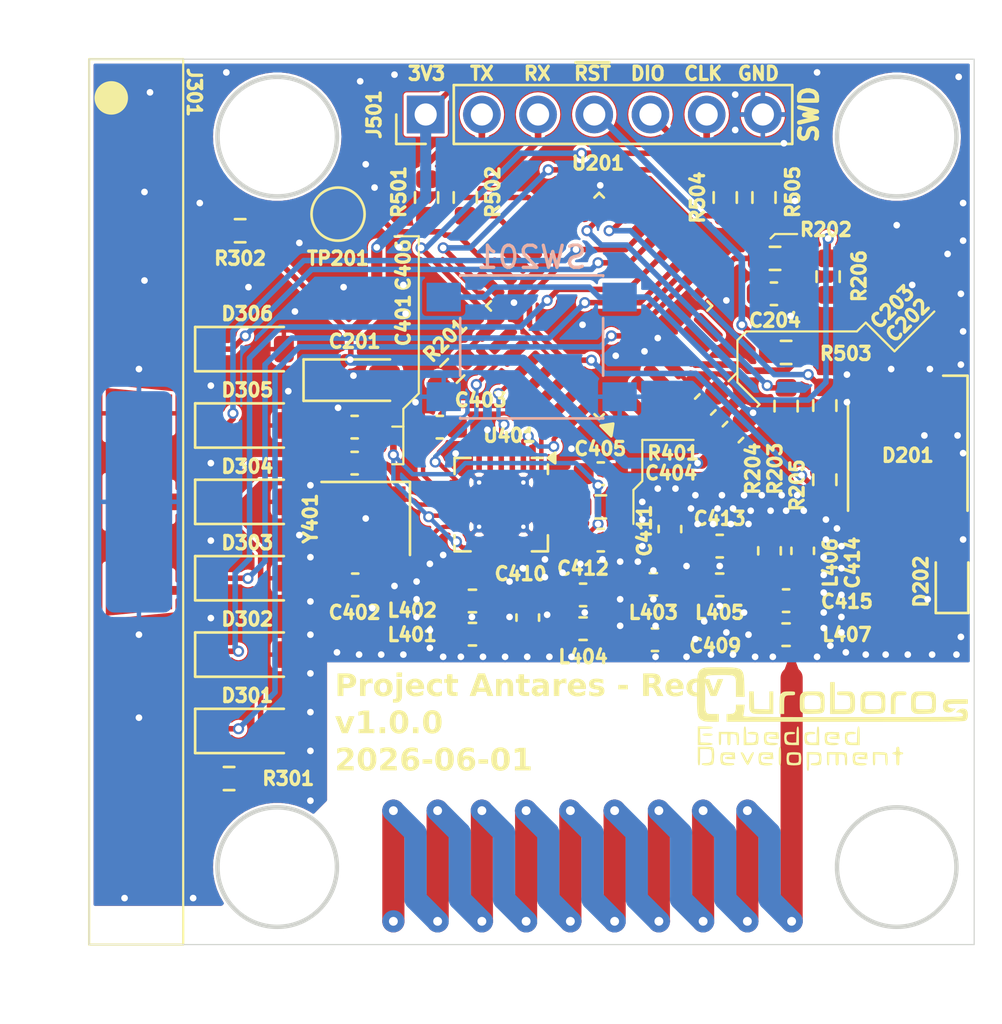
<source format=kicad_pcb>
(kicad_pcb (version 20240108) (generator "pcbnew") (generator_version "8.0")
  (title_block (title "Project Antares - Receiver PCB") (date "2024-08-23") (rev "1.0.0") (company "Ouroboros Embedded Development") (comment 1 "Pablo Jean Rozario"))
  (layers (0 "F.Cu" signal) (31 "B.Cu" signal) (34 "B.Paste" user) (35 "F.Paste" user) (36 "B.SilkS" user "B.Silkscreen") (37 "F.SilkS" user "F.Silkscreen") (38 "B.Mask" user) (39 "F.Mask" user) (44 "Edge.Cuts" user))
  (net 0 "")
  (net 1 "GND")
  (net 2 "+3V3")
  (net 3 "/MCU/~{RST}")
  (net 4 "/Radio 915MHz/X1")
  (net 5 "/Radio 915MHz/X2")
  (net 6 "Net-(U401-DCOUPL)")
  (net 7 "Net-(C411-Pad1)")
  (net 8 "Net-(C414-Pad2)")
  (net 9 "Net-(D201-GA)")
  (net 10 "Net-(D201-RA)")
  (net 11 "Net-(D201-BA)")
  (net 12 "/MCU/PS2_ACK")
  (net 13 "/MCU/PS2_SCK")
  (net 14 "/MCU/PS2_ATT")
  (net 15 "/MCU/PS2_CMD")
  (net 16 "/MCU/PS2_DATA")
  (net 19 "/Debugging/~{RST}")
  (net 20 "/Debugging/SWDIO")
  (net 21 "/Debugging/SWCLK")
  (net 22 "/Debugging/TX")
  (net 23 "/Debugging/RX")
  (net 24 "/Debugging/DBG_SWCLK")
  (net 25 "Net-(SW201-A)")
  (net 26 "/MCU/LED_B (TIM3_CH3)")
  (net 27 "/MCU/LED_G (TIM3_CH4)")
  (net 28 "/MCU/LED_R (TIM3_CH1)")
  (net 29 "Net-(U401-RBIAS)")
  (net 30 "/Debugging/DBG_TX")
  (net 31 "/Debugging/DBG_RX")
  (net 32 "/Debugging/DBG_SWDIO")
  (net 37 "/MCU/CC1101_~{CS}")
  (net 38 "/MCU/CC1101_GDO2")
  (net 40 "/MCU/CC1101_SCK")
  (net 43 "/MCU/CC1101_GDO0")
  (net 44 "/MCU/CC1101_MOSI")
  (net 45 "/MCU/SYNC_BTN")
  (net 46 "/MCU/CC1101_MISO")
  (net 49 "/Radio 915MHz/ANT")
  (net 50 "/Radio 915MHz/RF_P1")
  (net 51 "/Radio 915MHz/RF_N1")
  (net 52 "/Radio 915MHz/RF_C")
  (net 53 "/Radio 915MHz/RF_C1")
  (net 54 "/Radio 915MHz/RF_C2")
  (net 55 "/Radio 915MHz/RF_P")
  (net 56 "/Radio 915MHz/RF_N")
  (net 57 "Net-(U201-PA12{slash}PA10)")
  (footprint "Resistor_SMD:R_0603_1608Metric" (layer "F.Cu") (at 156.416637 94.083363 45)
    (property "Reference" "R201")
    (property "Value" "10k")
  )
  (footprint "Package_DFN_QFN:QFN-20-1EP_4x4mm_P0.5mm_EP2.5x2.5mm_ThermalVias" (layer "F.Cu") (at 158.625 100.125 -90)
    (property "Reference" "U401")
    (property "Value" "CC1101RGPR")
  )
  (footprint "Capacitor_SMD:C_0603_1608Metric" (layer "F.Cu") (at 165.574301 106.228643 180)
    (property "Reference" "C409")
    (property "Value" "1.5p")
  )
  (footprint "Diode_SMD:D_SOD-123" (layer "F.Cu") (at 147.15 103.45)
    (property "Reference" "D303")
    (property "Value" "3V3")
  )
  (footprint "Diode_SMD:D_SOD-123" (layer "F.Cu") (at 147.15 100)
    (property "Reference" "D304")
    (property "Value" "3V3")
  )
  (footprint "RF_Antenna:Texas_SWRA416_868MHz_915MHz" (layer "F.Cu") (at 162.75 113.15 180)
    (property "Reference" "AE401" (hide yes))
    (property "Value" "915MHz")
  )
  (footprint "Resistor_SMD:R_0603_1608Metric" (layer "F.Cu") (at 146.325 112.5)
    (property "Reference" "R301")
    (property "Value" "4k7")
  )
  (footprint "Inductor_SMD:L_0603_1608Metric" (layer "F.Cu") (at 170.75 102.212499 -90)
    (property "Reference" "L406")
    (property "Value" "12n")
  )
  (footprint "Inductor_SMD:L_0603_1608Metric" (layer "F.Cu") (at 171.5 106)
    (property "Reference" "L407")
    (property "Value" "3.3n")
  )
  (footprint "Capacitor_SMD:C_0603_1608Metric" (layer "F.Cu") (at 172.25 102.212499 -90)
    (property "Reference" "C414")
    (property "Value" "47p")
  )
  (footprint "Diode_SMD:D_SOD-123" (layer "F.Cu") (at 147.15 106.9)
    (property "Reference" "D302")
    (property "Value" "3V3")
  )
  (footprint "Diode_SMD:D_SOD-123" (layer "F.Cu") (at 147.15 96.55)
    (property "Reference" "D305")
    (property "Value" "3V3")
  )
  (footprint "Resistor_SMD:R_0603_1608Metric" (layer "F.Cu") (at 171.5 95.675 -90)
    (property "Reference" "R204")
    (property "Value" "100")
  )
  (footprint "PS2_Conn:dualshock-9pin-P4.00mm" (layer "F.Cu") (at 139.75 84)
    (property "Reference" "J301")
    (property "Value" "PS2 Male Socket")
  )
  (footprint "Resistor_SMD:R_0603_1608Metric" (layer "F.Cu") (at 146.825 87.75)
    (property "Reference" "R302")
    (property "Value" "4k7")
  )
  (footprint "Capacitor_SMD:C_0603_1608Metric" (layer "F.Cu") (at 163.125 98.728643)
    (property "Reference" "C405")
    (property "Value" "100n")
  )
  (footprint "Capacitor_SMD:C_0603_1608Metric" (layer "F.Cu") (at 170.95 90.6)
    (property "Reference" "C204")
    (property "Value" "100n")
  )
  (footprint "Resistor_SMD:R_0603_1608Metric" (layer "F.Cu") (at 170.5 86.25 90)
    (property "Reference" "R505")
    (property "Value" "10")
  )
  (footprint "Capacitor_SMD:C_0603_1608Metric" (layer "F.Cu") (at 162.324301 104.203643)
    (property "Reference" "C412")
    (property "Value" "1.5p")
  )
  (footprint "Diode_SMD:D_SOD-123" (layer "F.Cu") (at 147.15 93.1)
    (property "Reference" "D306")
    (property "Value" "3V3")
  )
  (footprint "Inductor_SMD:L_0603_1608Metric" (layer "F.Cu") (at 165.5 103.728643 180)
    (property "Reference" "L403")
    (property "Value" "18n")
  )
  (footprint "Crystal:Crystal_SMD_3225-4Pin_3.2x2.5mm" (layer "F.Cu") (at 152.5 100.75 180)
    (property "Reference" "Y401")
    (property "Value" "27MHz")
  )
  (footprint "Connector_PinHeader_2.54mm:PinHeader_1x07_P2.54mm_Vertical" (layer "F.Cu") (at 155.21 82.5 90)
    (property "Reference" "J501")
    (property "Value" "Debugger Pin")
  )
  (footprint "Capacitor_SMD:C_0603_1608Metric" (layer "F.Cu") (at 163.125 101.728643)
    (property "Reference" "C404")
    (property "Value" "100n")
  )
  (footprint "Resistor_SMD:R_0603_1608Metric" (layer "F.Cu") (at 173.25 99 90)
    (property "Reference" "R205")
    (property "Value" "100")
  )
  (footprint "Resistor_SMD:R_0603_1608Metric" (layer "F.Cu") (at 171.5 93.25 180)
    (property "Reference" "R503")
    (property "Value" "10")
  )
  (footprint "Resistor_SMD:R_0603_1608Metric" (layer "F.Cu") (at 173.25 95.65 -90)
    (property "Reference" "R203")
    (property "Value" "220")
  )
  (footprint "Capacitor_SMD:C_0603_1608Metric" (layer "F.Cu") (at 171.5 104.462499)
    (property "Reference" "C415")
    (property "Value" "12p")
  )
  (footprint "Inductor_SMD:L_0603_1608Metric" (layer "F.Cu") (at 168.5 103.75)
    (property "Reference" "L405")
    (property "Value" "12n")
  )
  (footprint "Capacitor_SMD:C_0603_1608Metric" (layer "F.Cu") (at 166.25 101.228643 90)
    (property "Reference" "C411")
    (property "Value" "100p")
  )
  (footprint "Diode_SMD:D_SOD-123" (layer "F.Cu") (at 147.15 110.35)
    (property "Reference" "D301")
    (property "Value" "3V3")
  )
  (footprint "Capacitor_SMD:C_0603_1608Metric" (layer "F.Cu") (at 169.098707 96.848349 45)
    (property "Reference" "C202")
    (property "Value" "100n")
  )
  (footprint "TestPoint:TestPoint_Pad_D2.0mm" (layer "F.Cu") (at 151.25 87)
    (property "Reference" "TP201")
    (property "Value" "TP")
  )
  (footprint "Resistor_SMD:R_0603_1608Metric" (layer "F.Cu") (at 157 86.25 90)
    (property "Reference" "R502")
    (property "Value" "10")
  )
  (footprint "Capacitor_SMD:C_0603_1608Metric" (layer "F.Cu") (at 167.848707 95.598349 45)
    (property "Reference" "C203")
    (property "Value" "10p")
  )
  (footprint "Resistor_SMD:R_0603_1608Metric" (layer "F.Cu") (at 171 89)
    (property "Reference" "R202")
    (property "Value" "10k")
  )
  (footprint "Capacitor_SMD:C_0603_1608Metric" (layer "F.Cu") (at 152 98.25 180)
    (property "Reference" "C401")
    (property "Value" "33p")
  )
  (footprint "LED_SMD:LED_RGB_5050-6" (layer "F.Cu") (at 177 97.9 -90)
    (property "Reference" "D201")
    (property "Value" "LED_RGB")
  )
  (footprint "Inductor_SMD:L_0603_1608Metric" (layer "F.Cu") (at 157.324301 104.478643)
    (property "Reference" "L402")
    (property "Value" "12n")
  )
  (footprint "Capacitor_SMD:C_0603_1608Metric" (layer "F.Cu") (at 159.824301 105.228643 90)
    (property "Reference" "C410")
    (property "Value" "1p")
  )
  (footprint "Resistor_SMD:R_0603_1608Metric" (layer "F.Cu") (at 168.75 86.25 90)
    (property "Reference" "R504")
    (property "Value" "10")
  )
  (footprint "Inductor_SMD:L_0603_1608Metric" (layer "F.Cu") (at 162.324301 105.728643)
    (property "Reference" "L404")
    (property "Value" "18n")
  )
  (footprint "Resistor_SMD:R_0603_1608Metric" (layer "F.Cu") (at 155.25 86.25 90)
    (property "Reference" "R501")
    (property "Value" "10")
  )
  (footprint "Resistor_SMD:R_0603_1608Metric" (layer "F.Cu") (at 173.4 89.825 90)
    (property "Reference" "R206")
    (property "Value" "10k")
  )
  (footprint "Capacitor_SMD:C_0603_1608Metric" (layer "F.Cu") (at 152.025 103.75)
    (property "Reference" "C402")
    (property "Value" "33p")
  )
  (footprint "Capacitor_SMD:C_0603_1608Metric" (layer "F.Cu") (at 152 96.625 180)
    (property "Reference" "C406")
    (property "Value" "100n")
  )
  (footprint "LED_SMD:LED_0603_1608Metric" (layer "F.Cu") (at 179 103.537501 90)
    (property "Reference" "D202")
    (property "Value" "Green")
  )
  (footprint "Capacitor_SMD:C_0603_1608Metric" (layer "F.Cu") (at 168.5 102 180)
    (property "Reference" "C413")
    (property "Value" "3.3p")
  )
  (footprint "Inductor_SMD:L_0603_1608Metric" (layer "F.Cu") (at 157.324301 105.978643)
    (property "Reference" "L401")
    (property "Value" "12n")
  )
  (footprint "Capacitor_Tantalum_SMD:CP_EIA-3216-12_Kemet-S" (layer "F.Cu") (at 152 94.5)
    (property "Reference" "C201")
    (property "Value" "22u 10V")
  )
  (footprint "Package_QFP:LQFP-32_7x7mm_P0.8mm" (layer "F.Cu") (at 163.050699 91.146357 135)
    (property "Reference" "U201")
    (property "Value" "STM32G070KBTx")
  )
  (footprint "Resistor_SMD:R_0603_1608Metric" (layer "F.Cu") (at 163.125 100.228643)
    (property "Reference" "R401")
    (property "Value" "56k")
  )
  (footprint "Capacitor_SMD:C_0603_1608Metric" (layer "F.Cu") (at 155.85 96.625 180)
    (property "Reference" "C403")
    (property "Value" "100n")
  )
  (footprint "Ourobors Logo:ouroboros-v1" (layer "F.Cu") (at 173.7 109.9)
    (property "Reference" "G***" (hide yes))
    (property "Value" "LOGO" (hide yes))
  )
  (footprint "Button_Switch_SMD:SW_Push_1P1T_NO_6x6mm_H9.5mm" (layer "B.Cu") (at 160 93 180)
    (property "Reference" "SW201")
    (property "Value" "SW_SPST")
  )
  (gr_line (start 176.4 93.2) (end 178.2 91.4) (stroke (width 0.1)) (layer "F.SilkS"))
  (gr_line (start 154.9 89.6) (end 154.9 88) (stroke (width 0.1)) (layer "F.SilkS"))
  (gr_line (start 165 99.063643) (end 165 97.5) (stroke (width 0.1)) (layer "F.SilkS"))
  (gr_line (start 172 87.9) (end 171 87.9) (stroke (width 0.1)) (layer "F.SilkS"))
  (gr_line (start 165 97.5) (end 165 97.2) (stroke (width 0.1)) (layer "F.SilkS"))
  (gr_line (start 170.3 95.6) (end 170.2 95.7) (stroke (width 0.1)) (layer "F.SilkS"))
  (gr_line (start 154.2 96.6) (end 154.2 98.3) (stroke (width 0.1)) (layer "F.SilkS"))
  (gr_line (start 164.6 101) (end 164.6 99.458643) (stroke (width 0.1)) (layer "F.SilkS"))
  (gr_line (start 170.3 95.6) (end 169.3 94.6) (stroke (width 0.1)) (layer "F.SilkS"))
  (gr_line (start 154.2 96.6) (end 153.7 96.6) (stroke (width 0.1)) (layer "F.SilkS"))
  (gr_line (start 169.3 92.7) (end 169.7 92.3) (stroke (width 0.1)) (layer "F.SilkS"))
  (gr_line (start 154.2 95.8) (end 154.2 96.6) (stroke (width 0.1)) (layer "F.SilkS"))
  (gr_line (start 154.9 95.1) (end 154.2 95.8) (stroke (width 0.1)) (layer "F.SilkS"))
  (gr_line (start 154.9 88) (end 153.8 88) (stroke (width 0.1)) (layer "F.SilkS"))
  (gr_line (start 169.3 94.6) (end 169.3 92.7) (stroke (width 0.1)) (layer "F.SilkS"))
  (gr_line (start 154.2 98.3) (end 153.7 98.3) (stroke (width 0.1)) (layer "F.SilkS"))
  (gr_line (start 165 97.2) (end 167.318377 97.2) (stroke (width 0.1)) (layer "F.SilkS"))
  (gr_line (start 174.7 92.3) (end 175.1 91.9) (stroke (width 0.1)) (layer "F.SilkS"))
  (gr_line (start 164.605 99.458643) (end 165 99.063643) (stroke (width 0.1)) (layer "F.SilkS"))
  (gr_line (start 154.9 89.6) (end 154.9 95.1) (stroke (width 0.1)) (layer "F.SilkS"))
  (gr_line (start 168.895225 94.551831) (end 169.3 94.147056) (stroke (width 0.1)) (layer "F.SilkS"))
  (gr_line (start 169.7 92.3) (end 174.7 92.3) (stroke (width 0.1)) (layer "F.SilkS"))
  (gr_line (start 175.1 91.9) (end 176.4 93.2) (stroke (width 0.1)) (layer "F.SilkS"))
  (gr_line (start 171 87.9) (end 170.8 88.1) (stroke (width 0.1)) (layer "F.SilkS"))
  (gr_line (start 180 80) (end 180 120) (stroke (width 0.05)) (layer "Edge.Cuts"))
  (gr_circle (center 148.5 116.5) (end 151.2 116.5) (stroke (width 0.2)) (fill none) (layer "Edge.Cuts"))
  (gr_line (start 140 80) (end 180 80) (stroke (width 0.05)) (layer "Edge.Cuts"))
  (gr_line (start 140 120) (end 140 80) (stroke (width 0.05)) (layer "Edge.Cuts"))
  (gr_circle (center 176.5 83.5) (end 179.2 83.5) (stroke (width 0.2)) (fill none) (layer "Edge.Cuts"))
  (gr_circle (center 148.5 83.5) (end 151.2 83.5) (stroke (width 0.2)) (fill none) (layer "Edge.Cuts"))
  (gr_line (start 180 120) (end 140 120) (stroke (width 0.05)) (layer "Edge.Cuts"))
  (gr_circle (center 176.5 116.5) (end 179.2 116.5) (stroke (width 0.2)) (fill none) (layer "Edge.Cuts"))
  (gr_text "TX" (at 157.75 81 0) (layer "F.SilkS") (effects (font (size 0.6 0.6) (thickness 0.15) (bold yes)) (justify bottom)))
  (gr_text "SWD" (at 173 82.5 90) (layer "F.SilkS") (effects (font (size 0.8 0.8) (thickness 0.2) (bold yes)) (justify bottom)))
  (gr_text "CLK" (at 167.75 81 0) (layer "F.SilkS") (effects (font (size 0.6 0.6) (thickness 0.15) (bold yes)) (justify bottom)))
  (gr_text "RX" (at 160.25 81 0) (layer "F.SilkS") (effects (font (size 0.6 0.6) (thickness 0.15) (bold yes)) (justify bottom)))
  (gr_text "DIO" (at 165.25 81 0) (layer "F.SilkS") (effects (font (size 0.6 0.6) (thickness 0.15) (bold yes)) (justify bottom)))
  (gr_text "3V3" (at 155.25 81 0) (layer "F.SilkS") (effects (font (size 0.6 0.6) (thickness 0.15) (bold yes)) (justify bottom)))
  (gr_text "Project Antares - Recv\nv1.0.0\n${CURRENT_DATE}" (at 151.1 112.3 0) (layer "F.SilkS") (effects (font (size 1 1)) (justify left bottom)))
  (gr_text "GND" (at 170.25 81 0) (layer "F.SilkS") (effects (font (size 0.6 0.6) (thickness 0.15) (bold yes)) (justify bottom)))
  (gr_text "~{RST}" (at 162.75 81 0) (layer "F.SilkS") (effects (font (size 0.6 0.6) (thickness 0.15) (bold yes)) (justify bottom)))
  (via (at 165 100) (size 0.5) (drill 0.3) (layers "F.Cu" "B.Cu") (net 1))
  (via (at 152.5 84.75) (size 0.5) (drill 0.3) (layers "F.Cu" "B.Cu") (net 1))
  (via (at 171.5 100.4) (size 0.5) (drill 0.3) (layers "F.Cu" "B.Cu") (net 1))
  (via (at 151.2 106.8) (size 0.5) (drill 0.3) (layers "F.Cu" "B.Cu") (net 1))
  (via (at 159 103.6) (size 0.5) (drill 0.3) (layers "F.Cu" "B.Cu") (net 1))
  (via (at 152.25 81) (size 0.5) (drill 0.3) (layers "F.Cu" "B.Cu") (net 1))
  (via (at 166.5 99.4) (size 0.5) (drill 0.3) (layers "F.Cu" "B.Cu") (net 1))
  (via (at 169.1 100.3) (size 0.5) (drill 0.3) (layers "F.Cu" "B.Cu") (net 1))
  (via (at 150 107.75) (size 0.5) (drill 0.3) (layers "F.Cu" "B.Cu") (net 1))
  (via (at 149.5 101.5) (size 0.5) (drill 0.3) (layers "F.Cu" "B.Cu") (net 1))
  (via (at 150 99.25) (size 0.5) (drill 0.3) (layers "F.Cu" "B.Cu") (net 1))
  (via (at 144.7 117.9) (size 0.5) (drill 0.3) (layers "F.Cu" "B.Cu") (net 1))
  (via (at 149.5 88.3) (size 0.5) (drill 0.3) (layers "F.Cu" "B.Cu") (net 1))
  (via (at 168.1 106.9) (size 0.5) (drill 0.3) (layers "F.Cu" "B.Cu") (net 1))
  (via (at 173.2 105) (size 0.5) (drill 0.3) (layers "F.Cu" "B.Cu") (net 1))
  (via (at 157.3 105.2) (size 0.5) (drill 0.3) (layers "F.Cu" "B.Cu") (net 1))
  (via (at 141.6 117.9) (size 0.5) (drill 0.3) (layers "F.Cu" "B.Cu") (net 1))
  (via (at 155.4 102.8) (size 0.5) (drill 0.3) (layers "F.Cu" "B.Cu") (net 1))
  (via (at 167.4 99.7) (size 0.5) (drill 0.3) (layers "F.Cu" "B.Cu") (net 1))
  (via (at 179.4 106.1) (size 0.5) (drill 0.3) (layers "F.Cu" "B.Cu") (net 1))
  (via (at 151.944951 94.297833) (size 0.5) (drill 0.3) (layers "F.Cu" "B.Cu") (net 1))
  (via (at 167.8 105.4) (size 0.5) (drill 0.3) (layers "F.Cu" "B.Cu") (net 1))
  (via (at 146.2 80.6) (size 0.5) (drill 0.3) (layers "F.Cu" "B.Cu") (net 1))
  (via (at 145.5 98.25) (size 0.5) (drill 0.3) (layers "F.Cu" "B.Cu") (net 1))
  (via (at 174 105.9) (size 0.5) (drill 0.3) (layers "F.Cu" "B.Cu") (net 1))
  (via (at 150 102.5) (size 0.5) (drill 0.3) (layers "F.Cu" "B.Cu") (net 1))
  (via (at 142.5 90) (size 0.5) (drill 0.3) (layers "F.Cu" "B.Cu") (net 1))
  (via (at 162.2 102.8) (size 0.5) (drill 0.3) (layers "F.Cu" "B.Cu") (net 1))
  (via (at 145.5 94.75) (size 0.5) (drill 0.3) (layers "F.Cu" "B.Cu") (net 1))
  (via (at 171.9 86.4) (size 0.5) (drill 0.3) (layers "F.Cu" "B.Cu") (net 1))
  (via (at 158 96.75) (size 0.5) (drill 0.3) (layers "F.Cu" "B.Cu") (net 1))
  (via (at 169 101) (size 0.5) (drill 0.3) (layers "F.Cu" "B.Cu") (net 1))
  (via (at 179.2 106.9) (size 0.5) (drill 0.3) (layers "F.Cu" "B.Cu") (net 1))
  (via (at 174.2 106.8) (size 0.5) (drill 0.3) (layers "F.Cu" "B.Cu") (net 1))
  (via (at 165.600002 107) (size 0.5) (drill 0.3) (layers "F.Cu" "B.Cu") (net 1))
  (via (at 175.1 106.9) (size 0.5) (drill 0.3) (layers "F.Cu" "B.Cu") (net 1))
  (via (at 149.3 91.4) (size 0.5) (drill 0.3) (layers "F.Cu" "B.Cu") (net 1))
  (via (at 173.5 106.5) (size 0.5) (drill 0.3) (layers "F.Cu" "B.Cu") (net 1))
  (via (at 170.8 100.4) (size 0.5) (drill 0.3) (layers "F.Cu" "B.Cu") (net 1))
  (via (at 167 102.9) (size 0.5) (drill 0.3) (layers "F.Cu" "B.Cu") (net 1))
  (via (at 142.75 81.5) (size 0.5) (drill 0.3) (layers "F.Cu" "B.Cu") (net 1))
  (via (at 154.8 103.6) (size 0.5) (drill 0.3) (layers "F.Cu" "B.Cu") (net 1))
  (via (at 149 95) (size 0.5) (drill 0.3) (layers "F.Cu" "B.Cu") (net 1))
  (via (at 167 107) (size 0.5) (drill 0.3) (layers "F.Cu" "B.Cu") (net 1))
  (via (at 176 106.9) (size 0.5) (drill 0.3) (layers "F.Cu" "B.Cu") (net 1))
  (via (at 156.800002 107) (size 0.5) (drill 0.3) (layers "F.Cu" "B.Cu") (net 1))
  (via (at 173.3 100.8) (size 0.5) (drill 0.3) (layers "F.Cu" "B.Cu") (net 1))
  (via (at 162.3 92) (size 0.5) (drill 0.3) (layers "F.Cu" "B.Cu") (net 1))
  (via (at 151.5 90.3) (size 0.5) (drill 0.3) (layers "F.Cu" "B.Cu") (net 1))
  (via (at 159.2 91) (size 0.5) (drill 0.3) (layers "F.Cu" "B.Cu") (net 1))
  (via (at 168.8 105.9) (size 0.5) (drill 0.3) (layers "F.Cu" "B.Cu") (net 1))
  (via (at 154.8 105.2) (size 0.5) (drill 0.3) (layers "F.Cu" "B.Cu") (net 1))
  (via (at 168.5 102.9) (size 0.5) (drill 0.3) (layers "F.Cu" "B.Cu") (net 1))
  (via (at 169.2 81.6) (size 0.5) (drill 0.3) (layers "F.Cu" "B.Cu") (net 1))
  (via (at 168.2 101) (size 0.5) (drill 0.3) (layers "F.Cu" "B.Cu") (net 1))
  (via (at 142.25 106) (size 0.5) (drill 0.3) (layers "F.Cu" "B.Cu") (net 1))
  (via (at 160.6 103.4) (size 0.5) (drill 0.3) (layers "F.Cu" "B.Cu") (net 1))
  (via (at 177.75 97) (size 0.5) (drill 0.3) (layers "F.Cu" "B.Cu") (net 1))
  (via (at 152.8 104.8) (size 0.5) (drill 0.3) (layers "F.Cu" "B.Cu") (net 1))
  (via (at 178.8 88.8) (size 0.5) (drill 0.3) (layers "F.Cu" "B.Cu") (net 1))
  (via (at 168.6 99.7) (size 0.5) (drill 0.3) (layers "F.Cu" "B.Cu") (net 1))
  (via (at 179.4 90.6) (size 0.5) (drill 0.3) (layers "F.Cu" "B.Cu") (net 1))
  (via (at 145 86.5) (size 0.5) (drill 0.3) (layers "F.Cu" "B.Cu") (net 1))
  (via (at 179.4 93.8) (size 0.5) (drill 0.3) (layers "F.Cu" "B.Cu") (net 1))
  (via (at 151.25 95.75) (size 0.5) (drill 0.3) (layers "F.Cu" "B.Cu") (net 1))
  (via (at 147.2 90.3) (size 0.5) (drill 0.3) (layers "F.Cu" "B.Cu") (net 1))
  (via (at 174.25 95.5) (size 0.5) (drill 0.3) (layers "F.Cu" "B.Cu") (net 1))
  (via (at 179.25 97) (size 0.5) (drill 0.3) (layers "F.Cu" "B.Cu") (net 1))
  (via (at 171.4 83.8) (size 0.5) (drill 0.3) (layers "F.Cu" "B.Cu") (net 1))
  (via (at 172.3 100.4) (size 0.5) (drill 0.3) (layers "F.Cu" "B.Cu") (net 1))
  (via (at 152.2 106.9) (size 0.5) (drill 0.3) (layers "F.Cu" "B.Cu") (net 1))
  (via (at 150 106) (size 0.5) (drill 0.3) (layers "F.Cu" "B.Cu") (net 1))
  (via (at 152.9 85.8) (size 0.5) (drill 0.3) (layers "F.Cu" "B.Cu") (net 1))
  (via (at 172.9 80.6) (size 0.5) (drill 0.3) (layers "F.Cu" "B.Cu") (net 1))
  (via (at 150 109.5) (size 0.5) (drill 0.3) (layers "F.Cu" "B.Cu") (net 1))
  (via (at 169.1 106.9) (size 0.5) (drill 0.3) (layers "F.Cu" "B.Cu") (net 1))
  (via (at 165.6 105.6) (size 0.5) (drill 0.3) (layers "F.Cu" "B.Cu") (net 1))
  (via (at 176.5 87.5) (size 0.5) (drill 0.3) (layers "F.Cu" "B.Cu") (net 1))
  (via (at 162.4 105) (size 0.5) (drill 0.3) (layers "F.Cu" "B.Cu") (net 1))
  (via (at 169.6 105) (size 0.5) (drill 0.3) (layers "F.Cu" "B.Cu") (net 1))
  (via (at 159.800002 107) (size 0.5) (drill 0.3) (layers "F.Cu" "B.Cu") (net 1))
  (via (at 152.5 100.75) (size 0.5) (drill 0.3) (layers "F.Cu" "B.Cu") (net 1))
  (via (at 177.9 104.4) (size 0.5) (drill 0.3) (layers "F.Cu" "B.Cu") (net 1))
  (via (at 170.4 99.7) (size 0.5) (drill 0.3) (layers "F.Cu" "B.Cu") (net 1))
  (via (at 173.2 102.5) (size 0.5) (drill 0.3) (layers "F.Cu" "B.Cu") (net 1))
  (via (at 160.7 105.1) (size 0.5) (drill 0.3) (layers "F.Cu" "B.Cu") (net 1))
  (via (at 155.4 106.6) (size 0.5) (drill 0.3) (layers "F.Cu" "B.Cu") (net 1))
  (via (at 179.5 97.8) (size 0.5) (drill 0.3) (layers "F.Cu" "B.Cu") (net 1))
  (via (at 155.4 105.8) (size 0.5) (drill 0.3) (layers "F.Cu" "B.Cu") (net 1))
  (via (at 173.2 103.3) (size 0.5) (drill 0.3) (layers "F.Cu" "B.Cu") (net 1))
  (via (at 167.5 101) (size 0.5) (drill 0.3) (layers "F.Cu" "B.Cu") (net 1))
  (via (at 150 111.25) (size 0.5) (drill 0.3) (layers "F.Cu" "B.Cu") (net 1))
  (via (at 158.8 107) (size 0.5) (drill 0.3) (layers "F.Cu" "B.Cu") (net 1))
  (via (at 179.5 88.2) (size 0.5) (drill 0.3) (layers "F.Cu" "B.Cu") (net 1))
  (via (at 160.6 102.6) (size 0.5) (drill 0.3) (layers "F.Cu" "B.Cu") (net 1))
  (via (at 154 88.5) (size 0.5) (drill 0.3) (layers "F.Cu" "B.Cu") (net 1))
  (via (at 173.2 105.7) (size 0.5) (drill 0.3) (layers "F.Cu" "B.Cu") (net 1))
  (via (at 161.8 97.6) (size 0.5) (drill 0.3) (layers "F.Cu" "B.Cu") (net 1))
  (via (at 173.2 104.1) (size 0.5) (drill 0.3) (layers "F.Cu" "B.Cu") (net 1))
  (via (at 163.1 85.7) (size 0.5) (drill 0.3) (layers "F.Cu" "B.Cu") (net 1))
  (via (at 160.8 107) (size 0.5) (drill 0.3) (layers "F.Cu" "B.Cu") (net 1))
  (via (at 154.2 106.9) (size 0.5) (drill 0.3) (layers "F.Cu" "B.Cu") (net 1))
  (via (at 159 105.2) (size 0.5) (drill 0.3) (layers "F.Cu" "B.Cu") (net 1))
  (via (at 142.25 109.75) (size 0.5) (drill 0.3) (layers "F.Cu" "B.Cu") (net 1))
  (via (at 174 105.2) (size 0.5) (drill 0.3) (layers "F.Cu" "B.Cu") (net 1))
  (via (at 174 104.2) (size 0.5) (drill 0.3) (layers "F.Cu" "B.Cu") (net 1))
  (via (at 171.3 99.7) (size 0.5) (drill 0.3) (layers "F.Cu" "B.Cu") (net 1))
  (via (at 150 104.5) (size 0.5) (drill 0.3) (layers "F.Cu" "B.Cu") (net 1))
  (via (at 161.4 103.2) (size 0.5) (drill 0.3) (layers "F.Cu" "B.Cu") (net 1))
  (via (at 176.25 94) (size 0.5) (drill 0.3) (layers "F.Cu" "B.Cu") (net 1))
  (via (at 165 102) (size 0.5) (drill 0.3) (layers "F.Cu" "B.Cu") (net 1))
  (via (at 154.2 90.2) (size 0.5) (drill 0.3) (layers "F.Cu" "B.Cu") (net 1))
  (via (at 179.5 86.5) (size 0.5) (drill 0.3) (layers "F.Cu" "B.Cu") (net 1))
  (via (at 154.75 95.5) (size 0.5) (drill 0.3) (layers "F.Cu" "B.Cu") (net 1))
  (via (at 170.006493 95.975) (size 0.5) (drill 0.3) (layers "F.Cu" "B.Cu") (net 1))
  (via (at 170.9 107) (size 0.5) (drill 0.3) (layers "F.Cu" "B.Cu") (net 1))
  (via (at 165 100.8) (size 0.5) (drill 0.3) (layers "F.Cu" "B.Cu") (net 1))
  (via (at 157.8 107) (size 0.5) (drill 0.3) (layers "F.Cu" "B.Cu") (net 1))
  (via (at 165.1 93.2) (size 0.5) (drill 0.3) (layers "F.Cu" "B.Cu") (net 1))
  (via (at 156.563909 97.813909) (size 0.5) (drill 0.3) (layers "F.Cu" "B.Cu") (net 1))
  (via (at 142.25 94) (size 0.5) (drill 0.3) (layers "F.Cu" "B.Cu") (net 1))
  (via (at 156 107) (size 0.5) (drill 0.3) (layers "F.Cu" "B.Cu") (net 1))
  (via (at 169.2 83.2) (size 0.5) (drill 0.3) (layers "F.Cu" "B.Cu") (net 1))
  (via (at 174 102) (size 0.5) (drill 0.3) (layers "F.Cu" "B.Cu") (net 1))
  (via (at 172 99.7) (size 0.5) (drill 0.3) (layers "F.Cu" "B.Cu") (net 1))
  (via (at 153.8 103.8) (size 0.5) (drill 0.3) (layers "F.Cu" "B.Cu") (net 1))
  (via (at 167.2 100.3) (size 0.5) (drill 0.3) (layers "F.Cu" "B.Cu") (net 1))
  (via (at 169.9 100.4) (size 0.5) (drill 0.3) (layers "F.Cu" "B.Cu") (net 1))
  (via (at 169.8 101) (size 0.5) (drill 0.3) (layers "F.Cu" "B.Cu") (net 1))
  (via (at 165.5 104.4) (size 0.5) (drill 0.3) (layers "F.Cu" "B.Cu") (net 1))
  (via (at 169.8 106) (size 0.5) (drill 0.3) (layers "F.Cu" "B.Cu") (net 1))
  (via (at 142.5 86) (size 0.5) (drill 0.3) (layers "F.Cu" "B.Cu") (net 1))
  (via (at 168.8 90.9) (size 0.5) (drill 0.3) (layers "F.Cu" "B.Cu") (net 1))
  (via (at 179.5 92.3) (size 0.5) (drill 0.3) (layers "F.Cu" "B.Cu") (net 1))
  (via (at 173.8 101.2) (size 0.5) (drill 0.3) (layers "F.Cu" "B.Cu") (net 1))
  (via (at 156 102.4) (size 0.5) (drill 0.3) (layers "F.Cu" "B.Cu") (net 1))
  (via (at 177.2 90.2) (size 0.5) (drill 0.3) (layers "F.Cu" "B.Cu") (net 1))
  (via (at 179.5 101.7) (size 0.5) (drill 0.3) (layers "F.Cu" "B.Cu") (net 1))
  (via (at 165.7 92.6) (size 0.5) (drill 0.3) (layers "F.Cu" "B.Cu") (net 1))
  (via (at 167.4 106.2) (size 0.5) (drill 0.3) (layers "F.Cu" "B.Cu") (net 1))
  (via (at 165.7 99.4) (size 0.5) (drill 0.3) (layers "F.Cu" "B.Cu") (net 1))
  (via (at 177 106.9) (size 0.5) (drill 0.3) (layers "F.Cu" "B.Cu") (net 1))
  (via (at 150 113.5) (size 0.5) (drill 0.3) (layers "F.Cu" "B.Cu") (net 1))
  (via (at 169.6 99.7) (size 0.5) (drill 0.3) (layers "F.Cu" "B.Cu") (net 1))
  (via (at 170.1 107) (size 0.5) (drill 0.3) (layers "F.Cu" "B.Cu") (net 1))
  (via (at 164.8 102.7) (size 0.5) (drill 0.3) (layers "F.Cu" "B.Cu") (net 1))
  (via (at 164 104.4) (size 0.5) (drill 0.3) (layers "F.Cu" "B.Cu") (net 1))
  (via (at 164 105.6) (size 0.5) (drill 0.3) (layers "F.Cu" "B.Cu") (net 1))
  (via (at 179.3 80.8) (size 0.5) (drill 0.3) (layers "F.Cu" "B.Cu") (net 1))
  (via (at 164 102.7) (size 0.5) (drill 0.3) (layers "F.Cu" "B.Cu") (net 1))
  (via (at 178.1 106.9) (size 0.5) (drill 0.3) (layers "F.Cu" "B.Cu") (net 1))
  (via (at 145.5 105.25) (size 0.5) (drill 0.3) (layers "F.Cu" "B.Cu") (net 1))
  (via (at 168.4 100.3) (size 0.5) (drill 0.3) (layers "F.Cu" "B.Cu") (net 1))
  (via (at 159.6 103) (size 0.5) (drill 0.3) (layers "F.Cu" "B.Cu") (net 1))
  (via (at 173.3 101.7) (size 0.5) (drill 0.3) (layers "F.Cu" "B.Cu") (net 1))
  (via (at 174.25 94.25) (size 0.5) (drill 0.3) (layers "F.Cu" "B.Cu") (net 1))
  (via (at 178 94) (size 0.5) (drill 0.3) (layers "F.Cu" "B.Cu") (net 1))
  (via (at 174 103) (size 0.5) (drill 0.3) (layers "F.Cu" "B.Cu") (net 1))
  (via (at 168.5 104.7) (size 0.5) (drill 0.3) (layers "F.Cu" "B.Cu") (net 1))
  (via (at 153.8 80.7) (size 0.5) (drill 0.3) (layers "F.Cu" "B.Cu") (net 1))
  (via (at 163.2 102.6) (size 0.5) (drill 0.3) (layers "F.Cu" "B.Cu") (net 1))
  (via (at 153.2 106.9) (size 0.5) (drill 0.3) (layers "F.Cu" "B.Cu") (net 1))
  (via (at 154.3 91.5) (size 0.5) (drill 0.3) (layers "F.Cu" "B.Cu") (net 1))
  (via (at 145.5 101.75) (size 0.5) (drill 0.3) (layers "F.Cu" "B.Cu") (net 1))
  (via (at 161.8 107) (size 0.5) (drill 0.3) (layers "F.Cu" "B.Cu") (net 1))
  (via (at 165.5 103.1) (size 0.5) (drill 0.3) (layers "F.Cu" "B.Cu") (net 1))
  (via (at 171.7 91.6) (size 0.5) (drill 0.3) (layers "F.Cu" "B.Cu") (net 1))
  (via (at 163.8 93.4) (size 0.5) (drill 0.3) (layers "F.Cu" "B.Cu") (net 1))
  (via (at 172.9 107) (size 0.5) (drill 0.3) (layers "F.Cu" "B.Cu") (net 1))
  (via (at 154.8 104.4) (size 0.5) (drill 0.3) (layers "F.Cu" "B.Cu") (net 1))
  (segment (start 147.75 111.9) (end 147.75 102.25) (width 0.25) (layer "F.Cu") (net 2))
  (segment (start 172.25 85.425) (end 174.4 87.575) (width 0.25) (layer "F.Cu") (net 2))
  (segment (start 167.300699 96.146357) (end 168.550699 97.396357) (width 0.4) (layer "F.Cu") (net 2))
  (segment (start 150 97.75) (end 150 95.15) (width 0.75) (layer "F.Cu") (net 2))
  (segment (start 147.65 88.225) (end 151.825 92.4) (width 0.25) (layer "F.Cu") (net 2))
  (segment (start 157.625 102.0625) (end 156.8625 102.0625) (width 0.2) (layer "F.Cu") (net 2))
  (segment (start 173.4 90.65) (end 173.55 90.65) (width 0.15) (layer "F.Cu") (net 2))
  (segment (start 165.720027 94.381371) (end 166.485013 95.146357) (width 0.4) (layer "F.Cu") (net 2))
  (segment (start 174.4 88.8) (end 174.4 88.4) (width 0.15) (layer "F.Cu") (net 2))
  (segment (start 161.240444 102.0625) (end 161.574301 101.728643) (width 0.2) (layer "F.Cu") (net 2))
  (segment (start 150.65 94.5) (end 151.575 93.575) (width 0.5) (layer "F.Cu") (net 2))
  (segment (start 147.5 98.5) (end 149.25 98.5) (width 0.75) (layer "F.Cu") (net 2))
  (segment (start 151.147833 94.997833) (end 151.747833 94.997833) (width 0.5) (layer "F.Cu") (net 2))
  (segment (start 150.65 94.5) (end 151.147833 94.997833) (width 0.5) (layer "F.Cu") (net 2))
  (segment (start 161.824301 98.728643) (end 162.35 98.728643) (width 0.2) (layer "F.Cu") (net 2))
  (segment (start 147.75 102.25) (end 145.5 100) (width 0.25) (layer "F.Cu") (net 2))
  (segment (start 162.35 101.728643) (end 162.35 101.65) (width 0.2) (layer "F.Cu") (net 2))
  (segment (start 145.5 100) (end 146 100) (width 0.75) (layer "F.Cu") (net 2))
  (segment (start 172.25 85.425) (end 172.25 81.5) (width 0.25) (layer "F.Cu") (net 2))
  (segment (start 156.8625 102.0625) (end 156.6 101.8) (width 0.2) (layer "F.Cu") (net 2))
  (segment (start 161.574301 101.728643) (end 162.35 101.728643) (width 0.2) (layer "F.Cu") (net 2))
  (segment (start 161.574301 98.978643) (end 161.824301 98.728643) (width 0.2) (layer "F.Cu") (net 2))
  (segment (start 162.35 101.65) (end 163 101) (width 0.2) (layer "F.Cu") (net 2))
  (segment (start 152.775 96.625) (end 153.375 96.625) (width 0.3) (layer "F.Cu") (net 2))
  (segment (start 160.562499 100.125) (end 161.177944 100.125) (width 0.2) (layer "F.Cu") (net 2))
  (segment (start 161.177944 100.125) (end 161.574301 99.728643) (width 0.2) (layer "F.Cu") (net 2))
  (segment (start 159.625 102.0625) (end 161.240444 102.0625) (width 0.2) (layer "F.Cu") (net 2))
  (segment (start 151.575 93.575) (end 151.799998 93.575) (width 0.5) (layer "F.Cu") (net 2))
  (segment (start 151.825 92.4) (end 153 91.225) (width 0.5) (layer "F.Cu") (net 2))
  (segment (start 162.35 98.728643) (end 162.478643 98.728643) (width 0.2) (layer "F.Cu") (net 2))
  (segment (start 166.485013 95.330671) (end 166.485013 95.146357) (width 0.4) (layer "F.Cu") (net 2))
  (segment (start 151.747833 94.997833) (end 152.775 96.025) (width 0.5) (layer "F.Cu") (net 2))
  (segment (start 142.25 100) (end 145.5 100) (width 0.75) (layer "F.Cu") (net 2))
  (segment (start 155.397507 100.625) (end 155.347507 100.675) (width 0.2) (layer "F.Cu") (net 2))
  (segment (start 151.825 93.549998) (end 151.799998 93.575) (width 0.25) (layer "F.Cu") (net 2))
  (segment (start 174.4 88.8) (end 174.4 89.65) (width 0.25) (layer "F.Cu") (net 2))
  (segment (start 153 91.225) (end 153 88.5) (width 0.5) (layer "F.Cu") (net 2))
  (segment (start 150 95.15) (end 150.65 94.5) (width 0.75) (layer "F.Cu") (net 2))
  (segment (start 159.125 102.0625) (end 159.625 102.0625) (width 0.2) (layer "F.Cu") (net 2))
  (segment (start 152.775 96.025) (end 152.775 96.625) (width 0.5) (layer "F.Cu") (net 2))
  (segment (start 146 100) (end 147.5 98.5) (width 0.75) (layer "F.Cu") (net 2))
  (segment (start 161.574301 99.728643) (end 161.574301 98.978643) (width 0.2) (layer "F.Cu") (net 2))
  (segment (start 162.478643 98.728643) (end 163 99.25) (width 0.2) (layer "F.Cu") (net 2))
  (segment (start 153.75 97) (end 153.75 97.875) (width 0.3) (layer "F.Cu") (net 2))
  (segment (start 153.375 96.625) (end 153.75 97) (width 0.3) (layer "F.Cu") (net 2))
  (segment (start 147.65 87.75) (end 147.65 88.225) (width 0.25) (layer "F.Cu") (net 2))
  (segment (start 172.25 81.5) (end 171.75 81) (width 0.25) (layer "F.Cu") (net 2))
  (segment (start 149.25 98.5) (end 150 97.75) (width 0.75) (layer "F.Cu") (net 2))
  (segment (start 156.71 81) (end 155.21 82.5) (width 0.25) (layer "F.Cu") (net 2))
  (segment (start 174.4 89.65) (end 173.4 90.65) (width 0.25) (layer "F.Cu") (net 2))
  (segment (start 156.6875 100.625) (end 155.397507 100.625) (width 0.2) (layer "F.Cu") (net 2))
  (segment (start 167.697056 98.25) (end 168.550699 97.396357) (width 0.5) (layer "F.Cu") (net 2))
  (segment (start 147.15 112.5) (end 147.75 111.9) (width 0.25) (layer "F.Cu") (net 2))
  (segment (start 151.825 92.4) (end 151.825 93.549998) (width 0.25) (layer "F.Cu") (net 2))
  (segment (start 174.4 87.575) (end 174.4 88.8) (width 0.25) (layer "F.Cu") (net 2))
  (segment (start 167.300699 96.146357) (end 166.485013 95.330671) (width 0.4) (layer "F.Cu") (net 2))
  (segment (start 171.75 81) (end 156.71 81) (width 0.25) (layer "F.Cu") (net 2))
  (segment (start 167.5 98.25) (end 167.697056 98.25) (width 0.5) (layer "F.Cu") (net 2))
  (via (at 153.75 97.875) (size 0.5) (drill 0.3) (layers "F.Cu" "B.Cu") (net 2))
  (via (at 151.799998 93.575) (size 0.5) (drill 0.3) (layers "F.Cu" "B.Cu") (net 2))
  (via (at 163 99.25) (size 0.5) (drill 0.3) (layers "F.Cu" "B.Cu") (net 2))
  (via (at 163 101) (size 0.5) (drill 0.3) (layers "F.Cu" "B.Cu") (net 2))
  (via (at 156.6 101.8) (size 0.5) (drill 0.3) (layers "F.Cu" "B.Cu") (net 2))
  (via (at 155.347507 100.675) (size 0.5) (drill 0.3) (layers "F.Cu" "B.Cu") (net 2))
  (via (at 167.5 98.25) (size 0.5) (drill 0.3) (layers "F.Cu" "B.Cu") (net 2))
  (via (at 153 88.5) (size 0.5) (drill 0.3) (layers "F.Cu" "B.Cu") (net 2))
  (segment (start 155.21 86.29) (end 153 88.5) (width 0.5) (layer "B.Cu") (net 2))
  (segment (start 163 101) (end 163 99.25) (width 0.3) (layer "B.Cu") (net 2))
  (segment (start 155.347507 100.675) (end 156.472507 101.8) (width 0.2) (layer "B.Cu") (net 2))
  (segment (start 151.824998 93.6) (end 151.799998 93.575) (width 0.5) (layer "B.Cu") (net 2))
  (segment (start 153.75 99.077493) (end 153.75 97.875) (width 0.2) (layer "B.Cu") (net 2))
  (segment (start 163 99.25) (end 162 98.25) (width 0.2) (layer "B.Cu") (net 2))
  (segment (start 167.5 98.25) (end 164.25 98.25) (width 0.5) (layer "B.Cu") (net 2))
  (segment (start 162 98.25) (end 157 98.25) (width 0.2) (layer "B.Cu") (net 2))
  (segment (start 157 98.25) (end 156.5 98.75) (width 0.2) (layer "B.Cu") (net 2))
  (segment (start 155.21 82.5) (end 155.21 86.29) (width 0.5) (layer "B.Cu") (net 2))
  (segment (start 156.5 98.75) (end 154.625 98.75) (width 0.2) (layer "B.Cu") (net 2))
  (segment (start 154.625 98.75) (end 153.75 97.875) (width 0.2) (layer "B.Cu") (net 2))
  (segment (start 155.347507 100.675) (end 153.75 99.077493) (width 0.2) (layer "B.Cu") (net 2))
  (segment (start 159.6 93.6) (end 151.824998 93.6) (width 0.5) (layer "B.Cu") (net 2))
  (segment (start 164.25 98.25) (end 159.6 93.6) (width 0.5) (layer "B.Cu") (net 2))
  (segment (start 156.472507 101.8) (end 156.6 101.8) (width 0.2) (layer "B.Cu") (net 2))
  (segment (start 167.401398 93.8) (end 169.5 93.8) (width 0.3) (layer "F.Cu") (net 3))
  (segment (start 169.775 94.075) (end 171.5 94.075) (width 0.3) (layer "F.Cu") (net 3))
  (segment (start 169.5 93.8) (end 169.775 94.075) (width 0.3) (layer "F.Cu") (net 3))
  (segment (start 171.5 94.075) (end 172.325 93.25) (width 0.3) (layer "F.Cu") (net 3))
  (segment (start 166.851398 93.25) (end 167.401398 93.8) (width 0.3) (layer "F.Cu") (net 3))
  (segment (start 156.687501 100.125) (end 154.999264 100.125) (width 0.2) (layer "F.Cu") (net 4))
  (segment (start 153.6 99.9) (end 153.6 99.489214) (width 0.2) (layer "F.Cu") (net 4))
  (segment (start 153.307107 98.782107) (end 152.775 98.25) (width 0.2) (layer "F.Cu") (net 4))
  (segment (start 154.525736 99.9) (end 153.6 99.9) (width 0.2) (layer "F.Cu") (net 4))
  (segment (start 154.787132 100.037132) (end 154.737868 99.987868) (width 0.2) (layer "F.Cu") (net 4))
  (arc (start 154.787132 100.037132) (mid 154.884459 100.102164) (end 154.999264 100.125) (width 0.2) (layer "F.Cu") (net 4))
  (arc (start 153.307107 98.782107) (mid 153.52388 99.10653) (end 153.6 99.489214) (width 0.2) (layer "F.Cu") (net 4))
  (arc (start 154.525736 99.9) (mid 154.640541 99.922836) (end 154.737868 99.987868) (width 0.2) (layer "F.Cu") (net 4))
  (segment (start 151.25 103.5) (end 151.4 103.35) (width 0.2) (layer "F.Cu") (net 5))
  (segment (start 156.123528 101.125) (end 156.6875 101.125) (width 0.2) (layer "F.Cu") (net 5))
  (segment (start 152.898528 102.75) (end 154.001472 102.75) (width 0.2) (layer "F.Cu") (net 5))
  (segment (start 151.25 103.75) (end 151.25 103.5) (width 0.2) (layer "F.Cu") (net 5))
  (segment (start 154.425736 102.574264) (end 155.699264 101.300736) (width 0.2) (layer "F.Cu") (net 5))
  (segment (start 151.5 101.6) (end 152.474264 102.574264) (width 0.2) (layer "F.Cu") (net 5))
  (segment (start 151.4 103.35) (end 151.4 101.6) (width 0.2) (layer "F.Cu") (net 5))
  (segment (start 151.4 101.6) (end 151.5 101.6) (width 0.2) (layer "F.Cu") (net 5))
  (arc (start 156.123528 101.125) (mid 155.893918 101.170672) (end 155.699264 101.300736) (width 0.2) (layer "F.Cu") (net 5))
  (arc (start 154.425736 102.574264) (mid 154.231082 102.704328) (end 154.001472 102.75) (width 0.2) (layer "F.Cu") (net 5))
  (arc (start 152.898528 102.75) (mid 152.668918 102.704328) (end 152.474264 102.574264) (width 0.2) (layer "F.Cu") (net 5))
  (segment (start 157.625 97.625) (end 156.625 96.625) (width 0.2) (layer "F.Cu") (net 6))
  (segment (start 157.625 98.1875) (end 157.625 97.625) (width 0.2) (layer "F.Cu") (net 6))
  (segment (start 166.287501 103.728643) (end 166.287501 102.291144) (width 0.2) (layer "F.Cu") (net 7))
  (segment (start 166.287501 102.291144) (end 166 102.003643) (width 0.2) (layer "F.Cu") (net 7))
  (segment (start 172.25 102.987499) (end 171.646446 103.591053) (width 0.2) (layer "F.Cu") (net 8))
  (segment (start 171.353553 105.358946) (end 170.712499 106) (width 0.2) (layer "F.Cu") (net 8))
  (segment (start 171.5 103.944606) (end 171.5 105.005392) (width 0.2) (layer "F.Cu") (net 8))
  (arc (start 171.353553 105.358946) (mid 171.46194 105.196734) (end 171.5 105.005392) (width 0.2) (layer "F.Cu") (net 8))
  (arc (start 171.5 103.944606) (mid 171.53806 103.753265) (end 171.646446 103.591053) (width 0.2) (layer "F.Cu") (net 8))
  (segment (start 175.85 97.35) (end 177 98.5) (width 0.3) (layer "F.Cu") (net 9))
  (segment (start 177 98.5) (end 177 100.3) (width 0.3) (layer "F.Cu") (net 9))
  (segment (start 172.35 97.35) (end 175.85 97.35) (width 0.3) (layer "F.Cu") (net 9))
  (segment (start 171.5 96.5) (end 172.35 97.35) (width 0.3) (layer "F.Cu") (net 9))
  (segment (start 174.375 96.85) (end 174 96.475) (width 0.3) (layer "F.Cu") (net 10))
  (segment (start 178.7 98.95) (end 176.6 96.85) (width 0.3) (layer "F.Cu") (net 10))
  (segment (start 178.7 100.3) (end 178.7 98.95) (width 0.3) (layer "F.Cu") (net 10))
  (segment (start 176.6 96.85) (end 174.375 96.85) (width 0.3) (layer "F.Cu") (net 10))
  (segment (start 173.25 96.475) (end 174 96.475) (width 0.3) (layer "F.Cu") (net 10))
  (segment (start 175.3 102.3) (end 175.3 100.3) (width 0.25) (layer "F.Cu") (net 11))
  (segment (start 179 102.75) (end 175.75 102.75) (width 0.25) (layer "F.Cu") (net 11))
  (segment (start 174.675 98.175) (end 175.3 98.8) (width 0.3) (layer "F.Cu") (net 11))
  (segment (start 175.3 98.8) (end 175.3 100.3) (width 0.3) (layer "F.Cu") (net 11))
  (segment (start 175.75 102.75) (end 175.3 102.3) (width 0.25) (layer "F.Cu") (net 11))
  (segment (start 173.25 98.175) (end 174.675 98.175) (width 0.3) (layer "F.Cu") (net 11))
  (segment (start 144.25 116) (end 144.75 115.5) (width 0.4) (layer "F.Cu") (net 12))
  (segment (start 146.75 110.25) (end 145.6 110.25) (width 0.25) (layer "F.Cu") (net 12))
  (segment (start 144.75 113.25) (end 145.5 112.5) (width 0.4) (layer "F.Cu") (net 12))
  (segment (start 144.75 115.5) (end 144.75 113.25) (width 0.4) (layer "F.Cu") (net 12))
  (segment (start 145.6 110.25) (end 145.5 110.35) (width 0.25) (layer "F.Cu") (net 12))
  (segment (start 164.525483 92.5) (end 163.6 92.5) (width 0.25) (layer "F.Cu") (net 12))
  (segment (start 142.25 116) (end 144.25 116) (width 0.4) (layer "F.Cu") (net 12))
  (segment (start 145.5 112.5) (end 145.5 110.35) (width 0.4) (layer "F.Cu") (net 12))
  (segment (start 167.417083 89.6084) (end 164.525483 92.5) (width 0.25) (layer "F.Cu") (net 12))
  (via (at 146.75 110.25) (size 0.5) (drill 0.3) (layers "F.Cu" "B.Cu") (net 12))
  (via (at 163.6 92.5) (size 0.5) (drill 0.3) (layers "F.Cu" "B.Cu") (net 12))
  (segment (start 148.4 108.6) (end 148.4 94.1) (width 0.25) (layer "B.Cu") (net 12))
  (segment (start 148.4 94.1) (end 149.5 93) (width 0.25) (layer "B.Cu") (net 12))
  (segment (start 163.1 93) (end 163.6 92.5) (width 0.25) (layer "B.Cu") (net 12))
  (segment (start 149.5 93) (end 163.1 93) (width 0.25) (layer "B.Cu") (net 12))
  (segment (start 146.75 110.25) (end 148.4 108.6) (width 0.25) (layer "B.Cu") (net 12))
  (segment (start 146.75 106.75) (end 145.65 106.75) (width 0.25) (layer "F.Cu") (net 13))
  (segment (start 143.75 108) (end 144.85 106.9) (width 0.4) (layer "F.Cu") (net 13))
  (segment (start 164.362742 90.4) (end 161.2 90.4) (width 0.25) (layer "F.Cu") (net 13))
  (segment (start 166.285713 88.477029) (end 164.362742 90.4) (width 0.25) (layer "F.Cu") (net 13))
  (segment (start 142.25 108) (end 143.75 108) (width 0.4) (layer "F.Cu") (net 13))
  (segment (start 161.2 90.4) (end 160.7 90.9) (width 0.25) (layer "F.Cu") (net 13))
  (segment (start 145.65 106.75) (end 145.5 106.9) (width 0.25) (layer "F.Cu") (net 13))
  (segment (start 144.85 106.9) (end 145.5 106.9) (width 0.4) (layer "F.Cu") (net 13))
  (via (at 146.75 106.75) (size 0.5) (drill 0.3) (layers "F.Cu" "B.Cu") (net 13))
  (via (at 160.7 90.9) (size 0.5) (drill 0.3) (layers "F.Cu" "B.Cu") (net 13))
  (segment (start 146.6 103.22029) (end 146.6 106.6) (width 0.25) (layer "B.Cu") (net 13))
  (segment (start 160.7 90.9) (end 159.5 92.1) (width 0.25) (layer "B.Cu") (net 13))
  (segment (start 147.25 102.57029) (end 146.6 103.22029) (width 0.25) (layer "B.Cu") (net 13))
  (segment (start 147.25 93.5) (end 147.25 102.57029) (width 0.25) (layer "B.Cu") (net 13))
  (segment (start 148.65 92.1) (end 147.25 93.5) (width 0.25) (layer "B.Cu") (net 13))
  (segment (start 159.5 92.1) (end 148.65 92.1) (width 0.25) (layer "B.Cu") (net 13))
  (segment (start 146.6 106.6) (end 146.75 106.75) (width 0.25) (layer "B.Cu") (net 13))
  (segment (start 164.894112 91) (end 163.249994 91) (width 0.25) (layer "F.Cu") (net 14))
  (segment (start 142.25 104) (end 144.25 104) (width 0.4) (layer "F.Cu") (net 14))
  (segment (start 144.8 103.45) (end 145.5 103.45) (width 0.4) (layer "F.Cu") (net 14))
  (segment (start 163.249994 91) (end 162.4 91) (width 0.25) (layer "F.Cu") (net 14))
  (segment (start 144.25 104) (end 144.8 103.45) (width 0.4) (layer "F.Cu") (net 14))
  (segment (start 147.166537 103.45) (end 147.175 103.458463) (width 0.25) (layer "F.Cu") (net 14))
  (segment (start 166.851398 89.042714) (end 164.894112 91) (width 0.25) (layer "F.Cu") (net 14))
  (segment (start 145.5 103.45) (end 147.166537 103.45) (width 0.25) (layer "F.Cu") (net 14))
  (via (at 147.175 103.458463) (size 0.5) (drill 0.3) (layers "F.Cu" "B.Cu") (net 14))
  (via (at 162.4 91) (size 0.5) (drill 0.3) (layers "F.Cu" "B.Cu") (net 14))
  (segment (start 147.95 93.8) (end 147.95 102.683463) (width 0.25) (layer "B.Cu") (net 14))
  (segment (start 162.4 91) (end 160.8 92.6) (width 0.25) (layer "B.Cu") (net 14))
  (segment (start 147.95 102.683463) (end 147.175 103.458463) (width 0.25) (layer "B.Cu") (net 14))
  (segment (start 149.15 92.6) (end 147.95 93.8) (width 0.25) (layer "B.Cu") (net 14))
  (segment (start 160.8 92.6) (end 149.15 92.6) (width 0.25) (layer "B.Cu") (net 14))
  (segment (start 142.25 88) (end 144.5 90.25) (width 0.4) (layer "F.Cu") (net 15))
  (segment (start 165.154342 87.345658) (end 165.154342 87.699211) (width 0.25) (layer "F.Cu") (net 15))
  (segment (start 146.5 96) (end 146.5 96.25) (width 0.25) (layer "F.Cu") (net 15))
  (segment (start 146.5 96.25) (end 146.2 96.55) (width 0.25) (layer "F.Cu") (net 15))
  (segment (start 144.5 90.25) (end 144.5 95.55) (width 0.4) (layer "F.Cu") (net 15))
  (segment (start 146.2 96.55) (end 145.5 96.55) (width 0.25) (layer "F.Cu") (net 15))
  (segment (start 144.5 95.55) (end 145.5 96.55) (width 0.4) (layer "F.Cu") (net 15))
  (segment (start 164.253553 88.6) (end 162 88.6) (width 0.25) (layer "F.Cu") (net 15))
  (segment (start 165.154342 87.699211) (end 164.253553 88.6) (width 0.25) (layer "F.Cu") (net 15))
  (via (at 162 88.6) (size 0.5) (drill 0.3) (layers "F.Cu" "B.Cu") (net 15))
  (via (at 146.5 96) (size 0.5) (drill 0.3) (layers "F.Cu" "B.Cu") (net 15))
  (segment (start 149.697918 89.1) (end 161.5 89.1) (width 0.25) (layer "B.Cu") (net 15))
  (segment (start 146.5 92.297918) (end 149.697918 89.1) (width 0.25) (layer "B.Cu") (net 15))
  (segment (start 161.5 89.1) (end 162 88.6) (width 0.25) (layer "B.Cu") (net 15))
  (segment (start 146.5 96) (end 146.5 92.297918) (width 0.25) (layer "B.Cu") (net 15))
  (segment (start 144.5 84) (end 142.25 84) (width 0.4) (layer "F.Cu") (net 16))
  (segment (start 145.5 93.1) (end 146.459287 93.1) (width 0.25) (layer "F.Cu") (net 16))
  (segment (start 146 87.75) (end 146 89.5) (width 0.4) (layer "F.Cu") (net 16))
  (segment (start 164.43137 89.2) (end 163 89.2) (width 0.25) (layer "F.Cu") (net 16))
  (segment (start 146 85.5) (end 144.5 84) (width 0.4) (layer "F.Cu") (net 16))
  (segment (start 165.720027 87.911343) (end 164.43137 89.2) (width 0.25) (layer "F.Cu") (net 16))
  (segment (start 145.5 90) (end 145.5 93.1) (width 0.4) (layer "F.Cu") (net 16))
  (segment (start 146 89.5) (end 145.5 90) (width 0.4) (layer "F.Cu") (net 16))
  (segment (start 146 85.5) (end 146 87.75) (width 0.4) (layer "F.Cu") (net 16))
  (segment (start 146.459287 93.1) (end 147.059287 92.5) (width 0.25) (layer "F.Cu") (net 16))
  (via (at 147.059287 92.5) (size 0.5) (drill 0.3) (layers "F.Cu" "B.Cu") (net 16))
  (via (at 163 89.2) (size 0.5) (drill 0.3) (layers "F.Cu" "B.Cu") (net 16))
  (segment (start 150.059289 89.499998) (end 162.700002 89.499998) (width 0.25) (layer "B.Cu") (net 16))
  (segment (start 162.700002 89.499998) (end 163 89.2) (width 0.25) (layer "B.Cu") (net 16))
  (segment (start 147.059287 92.5) (end 150.059289 89.499998) (width 0.25) (layer "B.Cu") (net 16))
  (segment (start 170.675 93.25) (end 170.675 93.175) (width 0.3) (layer "F.Cu") (net 19))
  (segment (start 170.675 93.175) (end 169.5 92) (width 0.3) (layer "F.Cu") (net 19))
  (via (at 169.5 92) (size 0.5) (drill 0.3) (layers "F.Cu" "B.Cu") (net 19))
  (segment (start 169.5 89) (end 163 82.5) (width 0.3) (layer "B.Cu") (net 19))
  (segment (start 169.5 92) (end 169.5 89) (width 0.3) (layer "B.Cu") (net 19))
  (segment (start 163 82.5) (end 162.83 82.5) (width 0.3) (layer "B.Cu") (net 19))
  (segment (start 167.675 85.425) (end 168.75 85.425) (width 0.3) (layer "F.Cu") (net 20))
  (segment (start 165.37 82.5) (end 166.75 83.88) (width 0.3) (layer "F.Cu") (net 20))
  (segment (start 166.75 84.5) (end 167.675 85.425) (width 0.3) (layer "F.Cu") (net 20))
  (segment (start 166.75 83.88) (end 166.75 84.5) (width 0.3) (layer "F.Cu") (net 20))
  (segment (start 170.5 84.75) (end 169.75 84) (width 0.3) (layer "F.Cu") (net 21))
  (segment (start 167.91 83.66) (end 167.91 82.5) (width 0.3) (layer "F.Cu") (net 21))
  (segment (start 169.75 84) (end 168.25 84) (width 0.3) (layer "F.Cu") (net 21))
  (segment (start 170.5 85.425) (end 170.5 84.75) (width 0.3) (layer "F.Cu") (net 21))
  (segment (start 168.25 84) (end 167.91 83.66) (width 0.3) (layer "F.Cu") (net 21))
  (segment (start 155.75 84.25) (end 157.25 84.25) (width 0.3) (layer "F.Cu") (net 22))
  (segment (start 155.25 85.425) (end 155.25 84.75) (width 0.3) (layer "F.Cu") (net 22))
  (segment (start 157.75 83.75) (end 157.75 82.5) (width 0.3) (layer "F.Cu") (net 22))
  (segment (start 155.25 84.75) (end 155.75 84.25) (width 0.3) (layer "F.Cu") (net 22))
  (segment (start 157.25 84.25) (end 157.75 83.75) (width 0.3) (layer "F.Cu") (net 22))
  (segment (start 160.289999 83.710001) (end 158.575 85.425) (width 0.3) (layer "F.Cu") (net 23))
  (segment (start 160.289999 82.5) (end 160.289999 83.710001) (width 0.3) (layer "F.Cu") (net 23))
  (segment (start 158.575 85.425) (end 157 85.425) (width 0.3) (layer "F.Cu") (net 23))
  (segment (start 167.75 86.25) (end 169.675 86.25) (width 0.25) (layer "F.Cu") (net 24))
  (segment (start 162.25 84.25) (end 165.75 84.25) (width 0.25) (layer "F.Cu") (net 24))
  (segment (start 165.75 84.25) (end 167.75 86.25) (width 0.25) (layer "F.Cu") (net 24))
  (segment (start 158.118629 92.118629) (end 158.118629 91.643631) (width 0.25) (layer "F.Cu") (net 24))
  (segment (start 158.118629 91.643631) (end 154.999998 88.525) (width 0.25) (layer "F.Cu") (net 24))
  (segment (start 157 93.237258) (end 158.118629 92.118629) (width 0.25) (layer "F.Cu") (net 24))
  (segment (start 169.675 86.25) (end 170.5 87.075) (width 0.25) (layer "F.Cu") (net 24))
  (segment (start 157 93.5) (end 157 93.237258) (width 0.25) (layer "F.Cu") (net 24))
  (via (at 162.25 84.25) (size 0.5) (drill 0.3) (layers "F.Cu" "B.Cu") (net 24))
  (via (at 154.999998 88.525) (size 0.5) (drill 0.3) (layers "F.Cu" "B.Cu") (net 24))
  (segment (start 159.499999 84.25) (end 155.224999 88.525) (width 0.25) (layer "B.Cu") (net 24))
  (segment (start 162.25 84.25) (end 159.499999 84.25) (width 0.25) (layer "B.Cu") (net 24))
  (segment (start 155.224999 88.525) (end 154.999998 88.525) (width 0.25) (layer "B.Cu") (net 24))
  (segment (start 173.4 89) (end 173.4 88.1) (width 0.25) (layer "F.Cu") (net 25))
  (segment (start 173.4 89) (end 171.825 89) (width 0.25) (layer "F.Cu") (net 25))
  (via (at 173.4 88.1) (size 0.5) (drill 0.3) (layers "F.Cu" "B.Cu") (net 25))
  (segment (start 165.25 90.75) (end 169.9 95.4) (width 0.25) (layer "B.Cu") (net 25))
  (segment (start 157.85 90.75) (end 156.025 90.75) (width 0.25) (layer "B.Cu") (net 25))
  (segment (start 173.3 94.6) (end 173.3 88.2) (width 0.25) (layer "B.Cu") (net 25))
  (segment (start 169.9 95.4) (end 172.5 95.4) (width 0.25) (layer "B.Cu") (net 25))
  (segment (start 162.6 90.3) (end 158.3 90.3) (width 0.25) (layer "B.Cu") (net 25))
  (segment (start 158.3 90.3) (end 157.85 90.75) (width 0.25) (layer "B.Cu") (net 25))
  (segment (start 163.975 90.75) (end 163.05 90.75) (width 0.25) (layer "B.Cu") (net 25))
  (segment (start 163.05 90.75) (end 162.6 90.3) (width 0.25) (layer "B.Cu") (net 25))
  (segment (start 163.975 90.75) (end 165.25 90.75) (width 0.25) (layer "B.Cu") (net 25))
  (segment (start 172.5 95.4) (end 173.3 94.6) (width 0.25) (layer "B.Cu") (net 25))
  (segment (start 173.3 88.2) (end 173.4 88.1) (width 0.25) (layer "B.Cu") (net 25))
  (segment (start 163.618609 87.75002) (end 163.5 87.75002) (width 0.25) (layer "F.Cu") (net 26))
  (segment (start 173.075 94.825) (end 172.5 94.25) (width 0.25) (layer "F.Cu") (net 26))
  (segment (start 164.588656 86.779973) (end 163.618609 87.75002) (width 0.25) (layer "F.Cu") (net 26))
  (segment (start 173.25 94.825) (end 173.075 94.825) (width 0.25) (layer "F.Cu") (net 26))
  (via (at 172.5 94.25) (size 0.5) (drill 0.3) (layers "F.Cu" "B.Cu") (net 26))
  (via (at 163.5 87.75002) (size 0.5) (drill 0.3) (layers "F.Cu" "B.Cu") (net 26))
  (segment (start 164.468541 87.75002) (end 163.5 87.75002) (width 0.25) (layer "B.Cu") (net 26))
  (segment (start 170.968521 94.25) (end 164.468541 87.75002) (width 0.25) (layer "B.Cu") (net 26))
  (segment (start 172.5 94.25) (end 170.968521 94.25) (width 0.25) (layer "B.Cu") (net 26))
  (segment (start 164.022971 86.214287) (end 162.5 87.737258) (width 0.25) (layer "F.Cu") (net 27))
  (segment (start 170.755348 94.85) (end 170.646405 94.741057) (width 0.25) (layer "F.Cu") (net 27))
  (segment (start 171.5 94.85) (end 170.755348 94.85) (width 0.25) (layer "F.Cu") (net 27))
  (segment (start 162.5 87.737258) (end 162.5 87.75) (width 0.25) (layer "F.Cu") (net 27))
  (via (at 162.5 87.75) (size 0.5) (drill 0.3) (layers "F.Cu" "B.Cu") (net 27))
  (via (at 170.646405 94.741057) (size 0.5) (drill 0.3) (layers "F.Cu" "B.Cu") (net 27))
  (segment (start 164.3039 88.398552) (end 170.646405 94.741057) (width 0.25) (layer "B.Cu") (net 27))
  (segment (start 162.5 87.75) (end 163.148552 88.398552) (width 0.25) (layer "B.Cu") (net 27))
  (segment (start 163.148552 88.398552) (end 164.3039 88.398552) (width 0.25) (layer "B.Cu") (net 27))
  (segment (start 159.9 92.013173) (end 161.486827 93.6) (width 0.25) (layer "F.Cu") (net 28))
  (segment (start 173.25 99.825) (end 173.225 99.825) (width 0.25) (layer "F.Cu") (net 28))
  (segment (start 161.1 88.629972) (end 161.1 89.5) (width 0.25) (layer "F.Cu") (net 28))
  (segment (start 173.225 99.825) (end 172.2 98.8) (width 0.25) (layer "F.Cu") (net 28))
  (segment (start 161.486827 93.6) (end 162.7 93.6) (width 0.25) (layer "F.Cu") (net 28))
  (segment (start 159.9 90.7) (end 159.9 92.013173) (width 0.25) (layer "F.Cu") (net 28))
  (segment (start 160.381371 87.911343) (end 161.1 88.629972) (width 0.25) (layer "F.Cu") (net 28))
  (segment (start 161.1 89.5) (end 159.9 90.7) (width 0.25) (layer "F.Cu") (net 28))
  (via (at 162.7 93.6) (size 0.5) (drill 0.3) (layers "F.Cu" "B.Cu") (net 28))
  (via (at 172.2 98.8) (size 0.5) (drill 0.3) (layers "F.Cu" "B.Cu") (net 28))
  (segment (start 163.3 94.2) (end 162.7 93.6) (width 0.25) (layer "B.Cu") (net 28))
  (segment (start 167.41832 94.2) (end 163.3 94.2) (width 0.25) (layer "B.Cu") (net 28))
  (segment (start 172.2 98.8) (end 172.01832 98.8) (width 0.25) (layer "B.Cu") (net 28))
  (segment (start 172.01832 98.8) (end 167.41832 94.2) (width 0.25) (layer "B.Cu") (net 28))
  (segment (start 161.903643 100.625) (end 162.3 100.228643) (width 0.2) (layer "F.Cu") (net 29))
  (segment (start 160.5625 100.625) (end 161.903643 100.625) (width 0.2) (layer "F.Cu") (net 29))
  (segment (start 155.25 87.075) (end 156.075 86.25) (width 0.25) (layer "F.Cu") (net 30))
  (segment (start 159.851398 86.25) (end 160.947056 87.345658) (width 0.25) (layer "F.Cu") (net 30))
  (segment (start 156.075 86.25) (end 159.851398 86.25) (width 0.25) (layer "F.Cu") (net 30))
  (segment (start 157 87.075) (end 158.413656 87.075) (width 0.25) (layer "F.Cu") (net 31))
  (segment (start 158.413656 87.075) (end 159.815685 88.477029) (width 0.25) (layer "F.Cu") (net 31))
  (segment (start 165.5 85) (end 160.75 85) (width 0.25) (layer "F.Cu") (net 32))
  (segment (start 168.75 87.075) (end 167.575 87.075) (width 0.25) (layer "F.Cu") (net 32))
  (segment (start 158.118629 90.174085) (end 157.649085 90.174085) (width 0.25) (layer "F.Cu") (net 32))
  (segment (start 157.649085 90.174085) (end 156 88.525) (width 0.25) (layer "F.Cu") (net 32))
  (segment (start 167.575 87.075) (end 165.5 85) (width 0.25) (layer "F.Cu") (net 32))
  (via (at 160.75 85) (size 0.5) (drill 0.3) (layers "F.Cu" "B.Cu") (net 32))
  (via (at 156 88.525) (size 0.5) (drill 0.3) (layers "F.Cu" "B.Cu") (net 32))
  (segment (start 157.225 88.525) (end 156 88.525) (width 0.25) (layer "B.Cu") (net 32))
  (segment (start 160.75 85) (end 157.225 88.525) (width 0.25) (layer "B.Cu") (net 32))
  (segment (start 159.099228 95.663514) (end 156.25 95.663514) (width 0.2) (layer "F.Cu") (net 37))
  (segment (start 155.092136 98.77645) (end 155.940686 99.625) (width 0.2) (layer "F.Cu") (net 37))
  (segment (start 160.381371 94.381371) (end 159.099228 95.663514) (width 0.2) (layer "F.Cu") (net 37))
  (segment (start 155.875 96.038514) (end 155.875 97.189318) (width 0.2) (layer "F.Cu") (net 37))
  (segment (start 155.092136 97.972182) (end 155.092136 98.77645) (width 0.2) (layer "F.Cu") (net 37))
  (segment (start 155.875 97.189318) (end 155.092136 97.972182) (width 0.2) (layer "F.Cu") (net 37))
  (segment (start 155.940686 99.625) (end 156.6875 99.625) (width 0.2) (layer "F.Cu") (net 37))
  (segment (start 156.25 95.663514) (end 155.875 96.038514) (width 0.2) (layer "F.Cu") (net 37))
  (segment (start 158.52614 95.10523) (end 158.500422 95.10523) (width 0.2) (layer "F.Cu") (net 38))
  (segment (start 159.815685 93.815685) (end 158.52614 95.10523) (width 0.2) (layer "F.Cu") (net 38))
  (segment (start 158.625 98.187501) (end 158.625 96.625014) (width 0.2) (layer "F.Cu") (net 38))
  (segment (start 158.625 96.625014) (end 158.75 96.500014) (width 0.2) (layer "F.Cu") (net 38))
  (via (at 158.500422 95.10523) (size 0.5) (drill 0.3) (layers "F.Cu" "B.Cu") (net 38))
  (via (at 158.75 96.500014) (size 0.5) (drill 0.3) (layers "F.Cu" "B.Cu") (net 38))
  (segment (start 158.500422 96.250436) (end 158.75 96.500014) (width 0.2) (layer "B.Cu") (net 38))
  (segment (start 158.500422 95.10523) (end 158.500422 96.250436) (width 0.2) (layer "B.Cu") (net 38))
  (segment (start 161 97.156854) (end 161 97.5) (width 0.2) (layer "F.Cu") (net 40))
  (segment (start 159.625 98.1875) (end 159.625 97.257982) (width 0.2) (layer "F.Cu") (net 40))
  (segment (start 159.625 97.257982) (end 159.846907 97.036075) (width 0.2) (layer "F.Cu") (net 40))
  (segment (start 162.078427 96.078427) (end 161 97.156854) (width 0.2) (layer "F.Cu") (net 40))
  (via (at 161 97.5) (size 0.5) (drill 0.3) (layers "F.Cu" "B.Cu") (net 40))
  (via (at 159.846907 97.036075) (size 0.5) (drill 0.3) (layers "F.Cu" "B.Cu") (net 40))
  (segment (start 160.310832 97.5) (end 159.846907 97.036075) (width 0.2) (layer "B.Cu") (net 40))
  (segment (start 161 97.5) (end 160.310832 97.5) (width 0.2) (layer "B.Cu") (net 40))
  (segment (start 159.25 93.25) (end 158.950006 93.25) (width 0.2) (layer "F.Cu") (net 43))
  (segment (start 155.7625 98.2) (end 155.642136 98.2) (width 0.2) (layer "F.Cu") (net 43))
  (segment (start 158.950006 93.25) (end 157.5 94.700006) (width 0.2) (layer "F.Cu") (net 43))
  (segment (start 156.6875 99.125) (end 155.7625 98.2) (width 0.2) (layer "F.Cu") (net 43))
  (via (at 155.642136 98.2) (size 0.5) (drill 0.3) (layers "F.Cu" "B.Cu") (net 43))
  (via (at 157.5 94.700006) (size 0.5) (drill 0.3) (layers "F.Cu" "B.Cu") (net 43))
  (segment (start 155.642136 97.957864) (end 157.5 96.1) (width 0.2) (layer "B.Cu") (net 43))
  (segment (start 155.642136 98.2) (end 155.642136 97.957864) (width 0.2) (layer "B.Cu") (net 43))
  (segment (start 157.5 96.1) (end 157.5 94.700006) (width 0.2) (layer "B.Cu") (net 43))
  (segment (start 160.437501 96.587982) (end 161.512742 95.512741) (width 0.2) (layer "F.Cu") (net 44))
  (segment (start 160.437501 98.687501) (end 160.437501 96.587982) (width 0.2) (layer "F.Cu") (net 44))
  (segment (start 160.5625 98.8125) (end 160.437501 98.687501) (width 0.2) (layer "F.Cu") (net 44))
  (segment (start 160.5625 99.125) (end 160.5625 98.8125) (width 0.2) (layer "F.Cu") (net 44))
  (segment (start 170.175 90.6) (end 170.175 89) (width 0.25) (layer "F.Cu") (net 45))
  (segment (start 169.156854 89) (end 167.982769 90.174085) (width 0.25) (layer "F.Cu") (net 45))
  (segment (start 170.175 89) (end 169.156854 89) (width 0.25) (layer "F.Cu") (net 45))
  (segment (start 159.3 96.977818) (end 159.3 96.594112) (width 0.2) (layer "F.Cu") (net 46))
  (segment (start 159.125 97.152818) (end 159.3 96.977818) (width 0.2) (layer "F.Cu") (net 46))
  (segment (start 159.3 96.594112) (end 160.947056 94.947056) (width 0.2) (layer "F.Cu") (net 46))
  (segment (start 159.125 98.1875) (end 159.125 97.152818) (width 0.2) (layer "F.Cu") (net 46))
  (segment (start 172.275 104.462499) (end 172.275 105.987499) (width 0.2) (layer "F.Cu") (net 49))
  (segment (start 172.275 105.987499) (end 172.287501 106) (width 0.2) (layer "F.Cu") (net 49))
  (segment (start 172.287501 106) (end 172.25 106) (width 0.2) (layer "F.Cu") (net 49))
  (segment (start 171.896447 106.353553) (end 172.25 106) (width 0.2) (layer "F.Cu") (net 49))
  (segment (start 171.75 106.707107) (end 171.75 107.15) (width 0.2) (layer "F.Cu") (net 49))
  (arc (start 171.896447 106.353553) (mid 171.78806 106.515765) (end 171.75 106.707107) (width 0.2) (layer "F.Cu") (net 49))
  (segment (start 159.799301 105.978643) (end 159.824301 106.003643) (width 0.2) (layer "F.Cu") (net 50))
  (segment (start 161.536801 105.786801) (end 162.382843 106.632843) (width 0.2) (layer "F.Cu") (net 50))
  (segment (start 158.111802 105.978643) (end 159.799301 105.978643) (width 0.2) (layer "F.Cu") (net 50))
  (segment (start 164.395102 106.632842) (end 164.799301 106.228643) (width 0.2) (layer "F.Cu") (net 50))
  (segment (start 160.895621 105.728643) (end 161.536801 105.728643) (width 0.2) (layer "F.Cu") (net 50))
  (segment (start 161.536801 105.728643) (end 161.536801 105.786801) (width 0.2) (layer "F.Cu") (net 50))
  (segment (start 159.824301 106.003643) (end 160.372093 106.003643) (width 0.2) (layer "F.Cu") (net 50))
  (segment (start 162.665685 106.75) (end 164.112259 106.75) (width 0.2) (layer "F.Cu") (net 50))
  (segment (start 160.584225 105.915775) (end 160.683489 105.816511) (width 0.2) (layer "F.Cu") (net 50))
  (arc (start 164.395102 106.632842) (mid 164.265333 106.719551) (end 164.112259 106.75) (width 0.2) (layer "F.Cu") (net 50))
  (arc (start 160.895621 105.728643) (mid 160.780816 105.751479) (end 160.683489 105.816511) (width 0.2) (layer "F.Cu") (net 50))
  (arc (start 160.584225 105.915775) (mid 160.486898 105.980807) (end 160.372093 106.003643) (width 0.2) (layer "F.Cu") (net 50))
  (arc (start 162.665685 106.75) (mid 162.512612 106.719552) (end 162.382843 106.632843) (width 0.2) (layer "F.Cu") (net 50))
  (segment (start 158.111802 104.478643) (end 159.799301 104.478643) (width 0.2) (layer "F.Cu") (net 51))
  (segment (start 162.668629 103.25) (end 164.026749 103.25) (width 0.2) (layer "F.Cu") (net 51))
  (segment (start 161.549301 104.203643) (end 162.385787 103.367157) (width 0.2) (layer "F.Cu") (net 51))
  (segment (start 161.549301 104.203643) (end 161.077907 104.203643) (width 0.2) (layer "F.Cu") (net 51))
  (segment (start 160.865775 104.291511) (end 160.791511 104.365775) (width 0.2) (layer "F.Cu") (net 51))
  (segment (start 164.712499 103.728643) (end 164.380302 103.396446) (width 0.2) (layer "F.Cu") (net 51))
  (segment (start 160.579379 104.453643) (end 159.824301 104.453643) (width 0.2) (layer "F.Cu") (net 51))
  (segment (start 159.799301 104.478643) (end 159.824301 104.453643) (width 0.2) (layer "F.Cu") (net 51))
  (arc (start 160.865775 104.291511) (mid 160.963102 104.226479) (end 161.077907 104.203643) (width 0.2) (layer "F.Cu") (net 51))
  (arc (start 164.026749 103.25) (mid 164.21809 103.28806) (end 164.380302 103.396446) (width 0.2) (layer "F.Cu") (net 51))
  (arc (start 162.668629 103.25) (mid 162.515556 103.280448) (end 162.385787 103.367157) (width 0.2) (layer "F.Cu") (net 51))
  (arc (start 160.791511 104.365775) (mid 160.694184 104.430807) (end 160.579379 104.453643) (width 0.2) (layer "F.Cu") (net 51))
  (segment (start 163.25 105) (end 163.157879 104.907879) (width 0.2) (layer "F.Cu") (net 52))
  (segment (start 163.099301 104.766458) (end 163.099301 104.203643) (width 0.2) (layer "F.Cu") (net 52))
  (segment (start 167.7125 104.330393) (end 167.7125 103.75) (width 0.2) (layer "F.Cu") (net 52))
  (segment (start 163.17038 105.07962) (end 163.25 105) (width 0.2) (layer "F.Cu") (net 52))
  (segment (start 167.396447 104.853553) (end 167.566054 104.683946) (width 0.2) (layer "F.Cu") (net 52))
  (segment (start 163.111801 105.728643) (end 163.111801 105.221042) (width 0.2) (layer "F.Cu") (net 52))
  (segment (start 163.25 105) (end 167.042893 105) (width 0.2) (layer "F.Cu") (net 52))
  (arc (start 163.157879 104.907879) (mid 163.114525 104.842994) (end 163.099301 104.766458) (width 0.2) (layer "F.Cu") (net 52))
  (arc (start 167.566054 104.683946) (mid 167.67444 104.521734) (end 167.7125 104.330393) (width 0.2) (layer "F.Cu") (net 52))
  (arc (start 163.17038 105.07962) (mid 163.127025 105.144505) (end 163.111801 105.221042) (width 0.2) (layer "F.Cu") (net 52))
  (arc (start 167.396447 104.853553) (mid 167.234235 104.96194) (end 167.042893 105) (width 0.2) (layer "F.Cu") (net 52))
  (segment (start 169.2875 103.75) (end 169.2875 102.0125) (width 0.2) (layer "F.Cu") (net 53))
  (segment (start 169.275 102) (end 169.967891 102) (width 0.2) (layer "F.Cu") (net 53))
  (segment (start 169.2875 102.0125) (end 169.275 102) (width 0.2) (layer "F.Cu") (net 53))
  (segment (start 170.321445 101.853553) (end 170.75 101.424998) (width 0.2) (layer "F.Cu") (net 53))
  (arc (start 170.321445 101.853553) (mid 170.159233 101.96194) (end 169.967891 102) (width 0.2) (layer "F.Cu") (net 53))
  (segment (start 170.725 104.462499) (end 170.725 103.025) (width 0.2) (layer "F.Cu") (net 54))
  (segment (start 172.25 101.5) (end 172.25 101.437499) (width 0.2) (layer "F.Cu") (net 54))
  (segment (start 170.75 103) (end 172.25 101.5) (width 0.2) (layer "F.Cu") (net 54))
  (segment (start 170.725 103.025) (end 170.75 103) (width 0.2) (layer "F.Cu") (net 54))
  (segment (start 157.584315 103) (end 156.415685 103) (width 0.2) (layer "F.Cu") (net 55))
  (segment (start 158.007842 102.742158) (end 157.867157 102.882843) (width 0.2) (layer "F.Cu") (net 55))
  (segment (start 158.125 102.0625) (end 158.125 102.459315) (width 0.2) (layer "F.Cu") (net 55))
  (segment (start 155.5 103.915685) (end 155.5 104.776158) (width 0.2) (layer "F.Cu") (net 55))
  (segment (start 156.132842 103.117158) (end 155.617157 103.632843) (width 0.2) (layer "F.Cu") (net 55))
  (segment (start 155.617158 105.059001) (end 156.5368 105.978643) (width 0.2) (layer "F.Cu") (net 55))
  (arc (start 157.584315 103) (mid 157.737388 102.969552) (end 157.867157 102.882843) (width 0.2) (layer "F.Cu") (net 55))
  (arc (start 156.132842 103.117158) (mid 156.262611 103.030449) (end 156.415685 103) (width 0.2) (layer "F.Cu") (net 55))
  (arc (start 155.5 103.915685) (mid 155.530448 103.762612) (end 155.617157 103.632843) (width 0.2) (layer "F.Cu") (net 55))
  (arc (start 155.617158 105.059001) (mid 155.530449 104.929232) (end 155.5 104.776158) (width 0.2) (layer "F.Cu") (net 55))
  (arc (start 158.007842 102.742158) (mid 158.094551 102.612389) (end 158.125 102.459315) (width 0.2) (layer "F.Cu") (net 55))
  (segment (start 156.5368 104.478643) (end 156.5368 103.7632) (width 0.2) (layer "F.Cu") (net 56))
  (segment (start 158.217158 103.282842) (end 158.507843 102.992157) (width 0.2) (layer "F.Cu") (net 56))
  (segment (start 158.625 102.709315) (end 158.625 102.062499) (width 0.2) (layer "F.Cu") (net 56))
  (segment (start 156.5368 103.7632) (end 156.9 103.4) (width 0.2) (layer "F.Cu") (net 56))
  (segment (start 156.9 103.4) (end 157.934315 103.4) (width 0.2) (layer "F.Cu") (net 56))
  (arc (start 158.507843 102.992157) (mid 158.594552 102.862388) (end 158.625 102.709315) (width 0.2) (layer "F.Cu") (net 56))
  (arc (start 158.217158 103.282842) (mid 158.087389 103.369551) (end 157.934315 103.4) (width 0.2) (layer "F.Cu") (net 56))
  (segment (start 156.1 87.95) (end 155.95 87.8) (width 0.25) (layer "F.Cu") (net 57))
  (segment (start 158.684315 89.6084) (end 158.330762 89.6084) (width 0.25) (layer "F.Cu") (net 57))
  (segment (start 156.672362 87.95) (end 156.1 87.95) (width 0.25) (layer "F.Cu") (net 57))
  (segment (start 158.330762 89.6084) (end 156.672362 87.95) (width 0.25) (layer "F.Cu") (net 57))
  (segment (start 153.8 87.8) (end 153 87) (width 0.25) (layer "F.Cu") (net 57))
  (segment (start 153 87) (end 151.25 87) (width 0.25) (layer "F.Cu") (net 57))
  (segment (start 155.95 87.8) (end 153.8 87.8) (width 0.25) (layer "F.Cu") (net 57))
  (zone (net 1) (net_name "GND") (layer "F.Cu") (name "GND") (priority 1) (connect_pads (clearance 0.15)) (min_thickness 0.15) (fill yes (thermal_gap 0.15) (thermal_bridge_width 0.2))
    (polygon (pts (xy 140 80) (xy 180 80) (xy 180 107.25) (xy 150.75 107.25) (xy 150.75 113.5) (xy 146 118.25) (xy 140 118.25)))
  )
  (zone (net 1) (net_name "GND") (layer "B.Cu") (name "GND") (connect_pads (clearance 0.2)) (min_thickness 0.1) (fill yes (thermal_gap 0.2) (thermal_bridge_width 0.2) (island_removal_mode 1) (island_area_min 2))
    (polygon (pts (xy 140 80) (xy 180 80) (xy 180 107.25) (xy 150.75 107.25) (xy 150.75 113.5) (xy 146 118.25) (xy 140 118.25)))
  )
)
</source>
